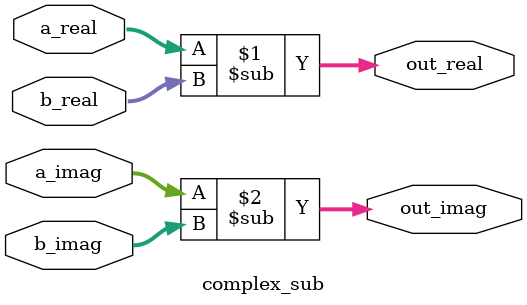
<source format=v>
module complex_sub(

	input 	[63:0]		a_real,
	input 	[63:0]		a_imag,
	input 	[63:0]		b_real,
	input 	[63:0]		b_imag,
	
	output	[63:0]		out_real,
	output	[63:0]		out_imag
	
);

	assign out_real=a_real-b_real;
	assign out_imag=a_imag-b_imag;


endmodule

</source>
